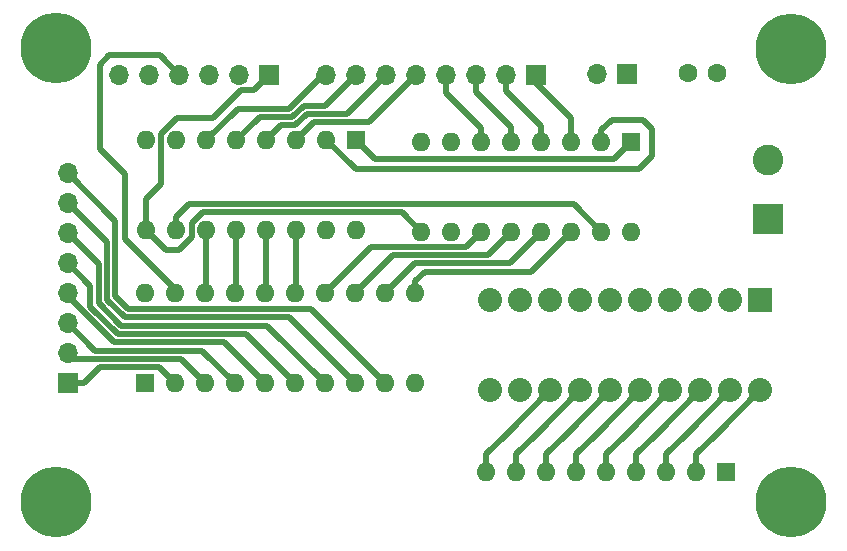
<source format=gbr>
%TF.GenerationSoftware,KiCad,Pcbnew,(5.1.9-0-10_14)*%
%TF.CreationDate,2021-06-19T00:06:11-04:00*%
%TF.ProjectId,COUNTER,434f554e-5445-4522-9e6b-696361645f70,rev?*%
%TF.SameCoordinates,Original*%
%TF.FileFunction,Copper,L1,Top*%
%TF.FilePolarity,Positive*%
%FSLAX46Y46*%
G04 Gerber Fmt 4.6, Leading zero omitted, Abs format (unit mm)*
G04 Created by KiCad (PCBNEW (5.1.9-0-10_14)) date 2021-06-19 00:06:11*
%MOMM*%
%LPD*%
G01*
G04 APERTURE LIST*
%TA.AperFunction,ComponentPad*%
%ADD10O,1.700000X1.700000*%
%TD*%
%TA.AperFunction,ComponentPad*%
%ADD11R,1.700000X1.700000*%
%TD*%
%TA.AperFunction,ComponentPad*%
%ADD12C,0.800000*%
%TD*%
%TA.AperFunction,ComponentPad*%
%ADD13C,6.000000*%
%TD*%
%TA.AperFunction,ComponentPad*%
%ADD14O,1.600000X1.600000*%
%TD*%
%TA.AperFunction,ComponentPad*%
%ADD15R,1.600000X1.600000*%
%TD*%
%TA.AperFunction,ComponentPad*%
%ADD16C,2.032000*%
%TD*%
%TA.AperFunction,ComponentPad*%
%ADD17R,2.032000X2.032000*%
%TD*%
%TA.AperFunction,ComponentPad*%
%ADD18C,2.600000*%
%TD*%
%TA.AperFunction,ComponentPad*%
%ADD19R,2.600000X2.600000*%
%TD*%
%TA.AperFunction,ComponentPad*%
%ADD20C,1.600000*%
%TD*%
%TA.AperFunction,Conductor*%
%ADD21C,0.500000*%
%TD*%
G04 APERTURE END LIST*
D10*
%TO.P,J22,6*%
%TO.N,CARRY_OUT*%
X85595500Y-36806000D03*
%TO.P,J22,5*%
%TO.N,CE*%
X88135500Y-36806000D03*
%TO.P,J22,4*%
%TO.N,OE*%
X90675500Y-36806000D03*
%TO.P,J22,3*%
%TO.N,CLOCK*%
X93215500Y-36806000D03*
%TO.P,J22,2*%
%TO.N,RESET*%
X95755500Y-36806000D03*
D11*
%TO.P,J22,1*%
%TO.N,JUMP*%
X98295500Y-36806000D03*
%TD*%
D12*
%TO.P,REF\u002A\u002A,1*%
%TO.N,N/C*%
X144082490Y-71427510D03*
X142491500Y-70768500D03*
X140900510Y-71427510D03*
X140241500Y-73018500D03*
X140900510Y-74609490D03*
X142491500Y-75268500D03*
X144082490Y-74609490D03*
X144741500Y-73018500D03*
D13*
X142491500Y-73018500D03*
%TD*%
%TO.P,REF\u002A\u002A,1*%
%TO.N,N/C*%
X80191500Y-73008500D03*
D12*
X82441500Y-73008500D03*
X81782490Y-74599490D03*
X80191500Y-75258500D03*
X78600510Y-74599490D03*
X77941500Y-73008500D03*
X78600510Y-71417510D03*
X80191500Y-70758500D03*
X81782490Y-71417510D03*
%TD*%
D13*
%TO.P,REF\u002A\u002A,1*%
%TO.N,N/C*%
X142461500Y-34608500D03*
D12*
X144711500Y-34608500D03*
X144052490Y-36199490D03*
X142461500Y-36858500D03*
X140870510Y-36199490D03*
X140211500Y-34608500D03*
X140870510Y-33017510D03*
X142461500Y-32358500D03*
X144052490Y-33017510D03*
%TD*%
%TO.P,REF\u002A\u002A,1*%
%TO.N,N/C*%
X81782490Y-32957510D03*
X80191500Y-32298500D03*
X78600510Y-32957510D03*
X77941500Y-34548500D03*
X78600510Y-36139490D03*
X80191500Y-36798500D03*
X81782490Y-36139490D03*
X82441500Y-34548500D03*
D13*
X80191500Y-34548500D03*
%TD*%
D14*
%TO.P,RN1,9*%
%TO.N,Net-(BAR1-Pad13)*%
X116641500Y-70458500D03*
%TO.P,RN1,8*%
%TO.N,Net-(BAR1-Pad14)*%
X119181500Y-70458500D03*
%TO.P,RN1,7*%
%TO.N,Net-(BAR1-Pad15)*%
X121721500Y-70458500D03*
%TO.P,RN1,6*%
%TO.N,Net-(BAR1-Pad16)*%
X124261500Y-70458500D03*
%TO.P,RN1,5*%
%TO.N,Net-(BAR1-Pad17)*%
X126801500Y-70458500D03*
%TO.P,RN1,4*%
%TO.N,Net-(BAR1-Pad18)*%
X129341500Y-70458500D03*
%TO.P,RN1,3*%
%TO.N,Net-(BAR1-Pad19)*%
X131881500Y-70458500D03*
%TO.P,RN1,2*%
%TO.N,Net-(BAR1-Pad20)*%
X134421500Y-70458500D03*
D15*
%TO.P,RN1,1*%
%TO.N,GND*%
X136961500Y-70458500D03*
%TD*%
D16*
%TO.P,BAR1,20*%
%TO.N,Net-(BAR1-Pad20)*%
X139871500Y-63498500D03*
%TO.P,BAR1,19*%
%TO.N,Net-(BAR1-Pad19)*%
X137331500Y-63498500D03*
%TO.P,BAR1,18*%
%TO.N,Net-(BAR1-Pad18)*%
X134791500Y-63498500D03*
%TO.P,BAR1,17*%
%TO.N,Net-(BAR1-Pad17)*%
X132251500Y-63498500D03*
%TO.P,BAR1,9*%
%TO.N,Net-(BAR1-Pad9)*%
X119551500Y-55878500D03*
%TO.P,BAR1,10*%
%TO.N,Net-(BAR1-Pad10)*%
X117011500Y-55878500D03*
%TO.P,BAR1,11*%
%TO.N,Net-(BAR1-Pad11)*%
X117011500Y-63498500D03*
%TO.P,BAR1,12*%
%TO.N,Net-(BAR1-Pad12)*%
X119551500Y-63498500D03*
%TO.P,BAR1,8*%
%TO.N,B0*%
X122091500Y-55878500D03*
%TO.P,BAR1,7*%
%TO.N,B1*%
X124631500Y-55878500D03*
%TO.P,BAR1,6*%
%TO.N,B2*%
X127171500Y-55878500D03*
%TO.P,BAR1,5*%
%TO.N,B3*%
X129711500Y-55878500D03*
%TO.P,BAR1,16*%
%TO.N,Net-(BAR1-Pad16)*%
X129711500Y-63498500D03*
%TO.P,BAR1,15*%
%TO.N,Net-(BAR1-Pad15)*%
X127171500Y-63498500D03*
%TO.P,BAR1,14*%
%TO.N,Net-(BAR1-Pad14)*%
X124631500Y-63498500D03*
%TO.P,BAR1,13*%
%TO.N,Net-(BAR1-Pad13)*%
X122091500Y-63498500D03*
%TO.P,BAR1,4*%
%TO.N,B4*%
X132251500Y-55878500D03*
%TO.P,BAR1,3*%
%TO.N,B5*%
X134791500Y-55878500D03*
%TO.P,BAR1,2*%
%TO.N,B6*%
X137331500Y-55878500D03*
D17*
%TO.P,BAR1,1*%
%TO.N,B7*%
X139871500Y-55878500D03*
%TD*%
D18*
%TO.P,J1,2*%
%TO.N,VCC*%
X140471500Y-43998500D03*
D19*
%TO.P,J1,1*%
%TO.N,GND*%
X140471500Y-48998500D03*
%TD*%
D10*
%TO.P,J23,8*%
%TO.N,D8*%
X103121500Y-36806000D03*
%TO.P,J23,7*%
%TO.N,D7*%
X105661500Y-36806000D03*
%TO.P,J23,6*%
%TO.N,D6*%
X108201500Y-36806000D03*
%TO.P,J23,5*%
%TO.N,D5*%
X110741500Y-36806000D03*
%TO.P,J23,4*%
%TO.N,D4*%
X113281500Y-36806000D03*
%TO.P,J23,3*%
%TO.N,D3*%
X115821500Y-36806000D03*
%TO.P,J23,2*%
%TO.N,D2*%
X118361500Y-36806000D03*
D11*
%TO.P,J23,1*%
%TO.N,D1*%
X120901500Y-36806000D03*
%TD*%
D10*
%TO.P,J24,8*%
%TO.N,Y1*%
X81244000Y-45168500D03*
%TO.P,J24,7*%
%TO.N,Y2*%
X81244000Y-47708500D03*
%TO.P,J24,6*%
%TO.N,Y3*%
X81244000Y-50248500D03*
%TO.P,J24,5*%
%TO.N,Y4*%
X81244000Y-52788500D03*
%TO.P,J24,4*%
%TO.N,Y5*%
X81244000Y-55328500D03*
%TO.P,J24,3*%
%TO.N,Y6*%
X81244000Y-57868500D03*
%TO.P,J24,2*%
%TO.N,Y7*%
X81244000Y-60408500D03*
D11*
%TO.P,J24,1*%
%TO.N,Y8*%
X81244000Y-62948500D03*
%TD*%
D14*
%TO.P,U14,16*%
%TO.N,VCC*%
X128936000Y-50101500D03*
%TO.P,U14,8*%
%TO.N,GND*%
X111156000Y-42481500D03*
%TO.P,U14,15*%
%TO.N,Net-(U12-Pad10)*%
X126396000Y-50101500D03*
%TO.P,U14,7*%
%TO.N,CE*%
X113696000Y-42481500D03*
%TO.P,U14,14*%
%TO.N,B7*%
X123856000Y-50101500D03*
%TO.P,U14,6*%
%TO.N,D4*%
X116236000Y-42481500D03*
%TO.P,U14,13*%
%TO.N,B6*%
X121316000Y-50101500D03*
%TO.P,U14,5*%
%TO.N,D3*%
X118776000Y-42481500D03*
%TO.P,U14,12*%
%TO.N,B5*%
X118776000Y-50101500D03*
%TO.P,U14,4*%
%TO.N,D2*%
X121316000Y-42481500D03*
%TO.P,U14,11*%
%TO.N,B4*%
X116236000Y-50101500D03*
%TO.P,U14,3*%
%TO.N,D1*%
X123856000Y-42481500D03*
%TO.P,U14,10*%
%TO.N,CE*%
X113696000Y-50101500D03*
%TO.P,U14,2*%
%TO.N,CLOCK*%
X126396000Y-42481500D03*
%TO.P,U14,9*%
%TO.N,JUMP*%
X111156000Y-50101500D03*
D15*
%TO.P,U14,1*%
%TO.N,RESET*%
X128936000Y-42481500D03*
%TD*%
D14*
%TO.P,U47,20*%
%TO.N,VCC*%
X87757000Y-55308500D03*
%TO.P,U47,10*%
%TO.N,GND*%
X110617000Y-62928500D03*
%TO.P,U47,19*%
%TO.N,OE*%
X90297000Y-55308500D03*
%TO.P,U47,9*%
%TO.N,Y1*%
X108077000Y-62928500D03*
%TO.P,U47,18*%
%TO.N,B0*%
X92837000Y-55308500D03*
%TO.P,U47,8*%
%TO.N,Y2*%
X105537000Y-62928500D03*
%TO.P,U47,17*%
%TO.N,B1*%
X95377000Y-55308500D03*
%TO.P,U47,7*%
%TO.N,Y3*%
X102997000Y-62928500D03*
%TO.P,U47,16*%
%TO.N,B2*%
X97917000Y-55308500D03*
%TO.P,U47,6*%
%TO.N,Y4*%
X100457000Y-62928500D03*
%TO.P,U47,15*%
%TO.N,B3*%
X100457000Y-55308500D03*
%TO.P,U47,5*%
%TO.N,Y5*%
X97917000Y-62928500D03*
%TO.P,U47,14*%
%TO.N,B4*%
X102997000Y-55308500D03*
%TO.P,U47,4*%
%TO.N,Y6*%
X95377000Y-62928500D03*
%TO.P,U47,13*%
%TO.N,B5*%
X105537000Y-55308500D03*
%TO.P,U47,3*%
%TO.N,Y7*%
X92837000Y-62928500D03*
%TO.P,U47,12*%
%TO.N,B6*%
X108077000Y-55308500D03*
%TO.P,U47,2*%
%TO.N,Y8*%
X90297000Y-62928500D03*
%TO.P,U47,11*%
%TO.N,B7*%
X110617000Y-55308500D03*
D15*
%TO.P,U47,1*%
%TO.N,GND*%
X87757000Y-62928500D03*
%TD*%
D14*
%TO.P,U12,16*%
%TO.N,VCC*%
X105664000Y-49974500D03*
%TO.P,U12,8*%
%TO.N,GND*%
X87884000Y-42354500D03*
%TO.P,U12,15*%
%TO.N,CARRY_OUT*%
X103124000Y-49974500D03*
%TO.P,U12,7*%
%TO.N,VCC*%
X90424000Y-42354500D03*
%TO.P,U12,14*%
%TO.N,B3*%
X100584000Y-49974500D03*
%TO.P,U12,6*%
%TO.N,D8*%
X92964000Y-42354500D03*
%TO.P,U12,13*%
%TO.N,B2*%
X98044000Y-49974500D03*
%TO.P,U12,5*%
%TO.N,D7*%
X95504000Y-42354500D03*
%TO.P,U12,12*%
%TO.N,B1*%
X95504000Y-49974500D03*
%TO.P,U12,4*%
%TO.N,D6*%
X98044000Y-42354500D03*
%TO.P,U12,11*%
%TO.N,B0*%
X92964000Y-49974500D03*
%TO.P,U12,3*%
%TO.N,D5*%
X100584000Y-42354500D03*
%TO.P,U12,10*%
%TO.N,Net-(U12-Pad10)*%
X90424000Y-49974500D03*
%TO.P,U12,2*%
%TO.N,CLOCK*%
X103124000Y-42354500D03*
%TO.P,U12,9*%
%TO.N,JUMP*%
X87884000Y-49974500D03*
D15*
%TO.P,U12,1*%
%TO.N,RESET*%
X105664000Y-42354500D03*
%TD*%
D10*
%TO.P,J10,2*%
%TO.N,VCC*%
X125989000Y-36719500D03*
D11*
%TO.P,J10,1*%
%TO.N,GND*%
X128529000Y-36719500D03*
%TD*%
D20*
%TO.P,C10,2*%
%TO.N,GND*%
X136231500Y-36628500D03*
%TO.P,C10,1*%
%TO.N,VCC*%
X133731500Y-36628500D03*
%TD*%
D21*
%TO.N,OE*%
X86041500Y-50728500D02*
X90297000Y-54984000D01*
X90297000Y-54984000D02*
X90297000Y-55308500D01*
X86041500Y-45248500D02*
X86041500Y-50728500D01*
X84741500Y-35148500D02*
X83911500Y-35978500D01*
X83911500Y-43118500D02*
X86041500Y-45248500D01*
X83911500Y-35978500D02*
X83911500Y-43118500D01*
X89018000Y-35148500D02*
X84741500Y-35148500D01*
X90675500Y-36806000D02*
X89018000Y-35148500D01*
%TO.N,CLOCK*%
X103124000Y-42354500D02*
X105598000Y-44828500D01*
X105598000Y-44828500D02*
X129611500Y-44828500D01*
X129611500Y-44828500D02*
X130721500Y-43718500D01*
X130721500Y-43718500D02*
X130721500Y-41408500D01*
X130721500Y-41408500D02*
X129911500Y-40598500D01*
X129911500Y-40598500D02*
X127261500Y-40598500D01*
X126396000Y-41464000D02*
X126396000Y-42481500D01*
X127261500Y-40598500D02*
X126396000Y-41464000D01*
%TO.N,RESET*%
X127489000Y-43928500D02*
X128936000Y-42481500D01*
X107238000Y-43928500D02*
X127489000Y-43928500D01*
X105664000Y-42354500D02*
X107238000Y-43928500D01*
%TO.N,JUMP*%
X96995499Y-38106001D02*
X95923999Y-38106001D01*
X98295500Y-36806000D02*
X96995499Y-38106001D01*
X95923999Y-38106001D02*
X93531500Y-40498500D01*
X89134001Y-41794497D02*
X89134001Y-46035999D01*
X90429998Y-40498500D02*
X89134001Y-41794497D01*
X93531500Y-40498500D02*
X90429998Y-40498500D01*
X87884000Y-47286000D02*
X87884000Y-49974500D01*
X89134001Y-46035999D02*
X87884000Y-47286000D01*
X87884000Y-49974500D02*
X89518000Y-51608500D01*
X91713999Y-49374499D02*
X92629998Y-48458500D01*
X91713999Y-50534503D02*
X91713999Y-49374499D01*
X90640002Y-51608500D02*
X91713999Y-50534503D01*
X89518000Y-51608500D02*
X90640002Y-51608500D01*
X109513000Y-48458500D02*
X111156000Y-50101500D01*
X92629998Y-48458500D02*
X109513000Y-48458500D01*
%TO.N,D8*%
X103121500Y-36806000D02*
X102814000Y-36806000D01*
X102814000Y-36806000D02*
X99921500Y-39698500D01*
X95620000Y-39698500D02*
X92964000Y-42354500D01*
X99921500Y-39698500D02*
X95620000Y-39698500D01*
%TO.N,D7*%
X100211454Y-40398511D02*
X97459989Y-40398511D01*
X103039000Y-39428500D02*
X101181464Y-39428500D01*
X101181464Y-39428500D02*
X100211454Y-40398511D01*
X105661500Y-36806000D02*
X103039000Y-39428500D01*
X97459989Y-40398511D02*
X95504000Y-42354500D01*
%TO.N,D6*%
X99299978Y-41098522D02*
X98044000Y-42354500D01*
X104878989Y-40128511D02*
X101471418Y-40128511D01*
X108201500Y-36806000D02*
X104878989Y-40128511D01*
X101471418Y-40128511D02*
X100501408Y-41098522D01*
X100501408Y-41098522D02*
X99299978Y-41098522D01*
%TO.N,D5*%
X106718979Y-40828521D02*
X102109979Y-40828521D01*
X110741500Y-36806000D02*
X106718979Y-40828521D01*
X102109979Y-40828521D02*
X100584000Y-42354500D01*
%TO.N,D4*%
X113281500Y-36806000D02*
X113281500Y-38368500D01*
X116236000Y-41323000D02*
X116236000Y-42481500D01*
X113281500Y-38368500D02*
X116236000Y-41323000D01*
%TO.N,D3*%
X115821500Y-36806000D02*
X115821500Y-38238500D01*
X118776000Y-41193000D02*
X118776000Y-42481500D01*
X115821500Y-38238500D02*
X118776000Y-41193000D01*
%TO.N,D2*%
X118361500Y-36806000D02*
X118361500Y-38158500D01*
X121316000Y-41113000D02*
X121316000Y-42481500D01*
X118361500Y-38158500D02*
X121316000Y-41113000D01*
%TO.N,D1*%
X120901500Y-36806000D02*
X120901500Y-37528500D01*
X123856000Y-40483000D02*
X123856000Y-42481500D01*
X120901500Y-37528500D02*
X123856000Y-40483000D01*
%TO.N,Y1*%
X101807000Y-56658500D02*
X108077000Y-62928500D01*
X85231500Y-55568500D02*
X86321500Y-56658500D01*
X85231500Y-49156000D02*
X85231500Y-55568500D01*
X81244000Y-45168500D02*
X85231500Y-49156000D01*
X86321500Y-56658500D02*
X101807000Y-56658500D01*
%TO.N,Y2*%
X81244000Y-47708500D02*
X84531489Y-50995989D01*
X99967011Y-57358511D02*
X105537000Y-62928500D01*
X86031546Y-57358511D02*
X99967011Y-57358511D01*
X84531489Y-50995989D02*
X84531489Y-55858454D01*
X84531489Y-55858454D02*
X86031546Y-57358511D01*
%TO.N,Y3*%
X83831478Y-56148408D02*
X85741592Y-58058522D01*
X85741592Y-58058522D02*
X98127022Y-58058522D01*
X83831478Y-52835978D02*
X83831478Y-56148408D01*
X81244000Y-50248500D02*
X83831478Y-52835978D01*
X98127022Y-58058522D02*
X102997000Y-62928500D01*
%TO.N,Y4*%
X83131467Y-56438362D02*
X85451638Y-58758533D01*
X83131467Y-54675967D02*
X83131467Y-56438362D01*
X85451638Y-58758533D02*
X96287033Y-58758533D01*
X81244000Y-52788500D02*
X83131467Y-54675967D01*
X96287033Y-58758533D02*
X100457000Y-62928500D01*
%TO.N,Y5*%
X97917000Y-62928500D02*
X94447044Y-59458544D01*
X85161684Y-59458544D02*
X81244000Y-55540860D01*
X81244000Y-55540860D02*
X81244000Y-55328500D01*
X94447044Y-59458544D02*
X85161684Y-59458544D01*
%TO.N,Y6*%
X92607055Y-60158555D02*
X95377000Y-62928500D01*
X83534055Y-60158555D02*
X92607055Y-60158555D01*
X81244000Y-57868500D02*
X83534055Y-60158555D01*
%TO.N,Y7*%
X81244000Y-60408500D02*
X81703989Y-60868489D01*
X81703989Y-60868489D02*
X90776989Y-60868489D01*
X90776989Y-60868489D02*
X92837000Y-62928500D01*
%TO.N,Y8*%
X88937000Y-61568500D02*
X90297000Y-62928500D01*
X83961500Y-61568500D02*
X88937000Y-61568500D01*
X82581500Y-62948500D02*
X83961500Y-61568500D01*
X81244000Y-62948500D02*
X82581500Y-62948500D01*
%TO.N,Net-(U12-Pad10)*%
X91508641Y-47758489D02*
X90424000Y-48843130D01*
X126396000Y-50101500D02*
X124052989Y-47758489D01*
X124052989Y-47758489D02*
X91508641Y-47758489D01*
X90424000Y-48843130D02*
X90424000Y-49974500D01*
%TO.N,Net-(BAR1-Pad20)*%
X134421500Y-68948500D02*
X136101500Y-67268500D01*
X136101500Y-67268500D02*
X139871500Y-63498500D01*
X134421500Y-70458500D02*
X134421500Y-68948500D01*
%TO.N,Net-(BAR1-Pad19)*%
X133561500Y-67268500D02*
X137331500Y-63498500D01*
X131881500Y-68948500D02*
X133561500Y-67268500D01*
X131881500Y-70458500D02*
X131881500Y-68948500D01*
%TO.N,Net-(BAR1-Pad18)*%
X131021500Y-67268500D02*
X134791500Y-63498500D01*
X129341500Y-68948500D02*
X131021500Y-67268500D01*
X129341500Y-70458500D02*
X129341500Y-68948500D01*
%TO.N,Net-(BAR1-Pad17)*%
X128481500Y-67268500D02*
X132251500Y-63498500D01*
X126801500Y-68948500D02*
X128481500Y-67268500D01*
X126801500Y-70458500D02*
X126801500Y-68948500D01*
%TO.N,Net-(BAR1-Pad16)*%
X125941500Y-67268500D02*
X129711500Y-63498500D01*
X124261500Y-68948500D02*
X125941500Y-67268500D01*
X124261500Y-70458500D02*
X124261500Y-68948500D01*
%TO.N,Net-(BAR1-Pad15)*%
X121721500Y-68948500D02*
X123401500Y-67268500D01*
X123401500Y-67268500D02*
X127171500Y-63498500D01*
X121721500Y-70458500D02*
X121721500Y-68948500D01*
%TO.N,Net-(BAR1-Pad14)*%
X119181500Y-68948500D02*
X120861500Y-67268500D01*
X120861500Y-67268500D02*
X124631500Y-63498500D01*
X119181500Y-70458500D02*
X119181500Y-68948500D01*
%TO.N,Net-(BAR1-Pad13)*%
X118321500Y-67268500D02*
X122091500Y-63498500D01*
X116641500Y-68948500D02*
X118321500Y-67268500D01*
X116641500Y-70458500D02*
X116641500Y-68948500D01*
%TO.N,B0*%
X92964000Y-55181500D02*
X92837000Y-55308500D01*
X92964000Y-49974500D02*
X92964000Y-55181500D01*
%TO.N,B1*%
X95504000Y-55181500D02*
X95377000Y-55308500D01*
X95504000Y-49974500D02*
X95504000Y-55181500D01*
%TO.N,B2*%
X98044000Y-55181500D02*
X97917000Y-55308500D01*
X98044000Y-49974500D02*
X98044000Y-55181500D01*
%TO.N,B3*%
X100584000Y-55181500D02*
X100457000Y-55308500D01*
X100584000Y-49974500D02*
X100584000Y-55181500D01*
%TO.N,B4*%
X116236000Y-50101500D02*
X114959033Y-51378467D01*
X114959033Y-51378467D02*
X106927033Y-51378467D01*
X106927033Y-51378467D02*
X102997000Y-55308500D01*
%TO.N,B5*%
X116799022Y-52078478D02*
X108767022Y-52078478D01*
X118776000Y-50101500D02*
X116799022Y-52078478D01*
X108767022Y-52078478D02*
X105537000Y-55308500D01*
%TO.N,B6*%
X121316000Y-50101500D02*
X118639011Y-52778489D01*
X118639011Y-52778489D02*
X110607011Y-52778489D01*
X110607011Y-52778489D02*
X108077000Y-55308500D01*
%TO.N,B7*%
X110617000Y-54313000D02*
X110617000Y-55308500D01*
X111451500Y-53478500D02*
X110617000Y-54313000D01*
X120479000Y-53478500D02*
X111451500Y-53478500D01*
X123856000Y-50101500D02*
X120479000Y-53478500D01*
%TD*%
M02*

</source>
